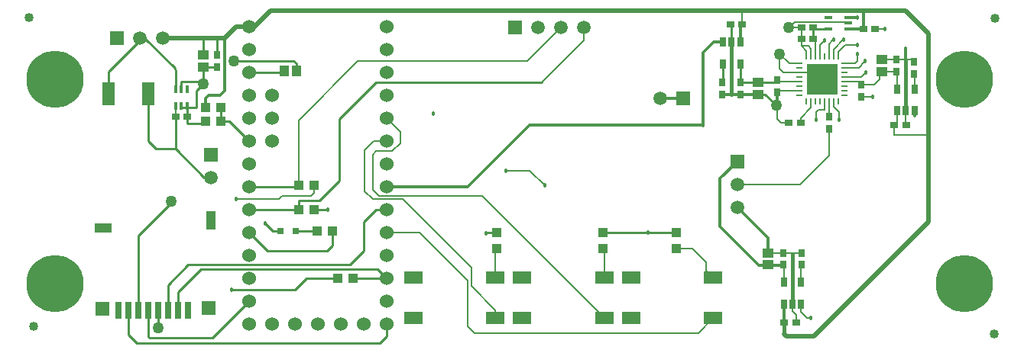
<source format=gtl>
G04*
G04 #@! TF.GenerationSoftware,Altium Limited,Altium Designer,21.9.2 (33)*
G04*
G04 Layer_Physical_Order=1*
G04 Layer_Color=255*
%FSLAX25Y25*%
%MOIN*%
G70*
G04*
G04 #@! TF.SameCoordinates,71731F73-6267-4C2E-880F-46C8AFF31373*
G04*
G04*
G04 #@! TF.FilePolarity,Positive*
G04*
G01*
G75*
%ADD12C,0.01000*%
%ADD14R,0.03543X0.02756*%
%ADD15R,0.01378X0.03543*%
%ADD16R,0.05512X0.09843*%
%ADD17R,0.04331X0.03937*%
%ADD19O,0.02756X0.00787*%
%ADD20O,0.00787X0.02756*%
%ADD21R,0.02559X0.04331*%
%ADD22R,0.05000X0.04000*%
%ADD23R,0.03543X0.01575*%
%ADD24R,0.02756X0.03543*%
%ADD25R,0.03150X0.03150*%
%ADD26R,0.08268X0.05512*%
%ADD27R,0.03937X0.04331*%
%ADD28R,0.03150X0.07480*%
%ADD29R,0.07284X0.03937*%
%ADD30R,0.03937X0.07874*%
%ADD31R,0.05906X0.05906*%
%ADD32R,0.04000X0.05000*%
%ADD45C,0.05000*%
%ADD59R,0.13386X0.13386*%
%ADD60C,0.04000*%
%ADD61C,0.00800*%
%ADD62C,0.02000*%
%ADD63C,0.01200*%
%ADD64C,0.01500*%
%ADD65C,0.06000*%
%ADD66C,0.25000*%
%ADD67C,0.05906*%
%ADD68R,0.05906X0.05906*%
%ADD69C,0.01800*%
D12*
X-370711Y-8789D02*
G03*
X-371414Y-8500I-704J-711D01*
G01*
X-357559Y-22351D02*
G03*
X-357850Y-21650I-1000J-5D01*
G01*
X-386823Y-23323D02*
X-373000Y-9500D01*
X-386823Y-33000D02*
Y-23323D01*
X-369500Y-53500D02*
Y-33000D01*
Y-53500D02*
X-366059Y-56941D01*
X-357559D01*
Y-30760D02*
Y-22355D01*
X-357559Y-22351D02*
X-357559Y-22355D01*
X-373000Y-8500D02*
X-371414D01*
X-370711Y-8789D02*
X-357850Y-21650D01*
X-355000Y-31260D02*
Y-27500D01*
X-346500D01*
X-357559Y-56941D02*
X-345000Y-69500D01*
X-357559Y-56941D02*
Y-43500D01*
X-345000Y-69500D02*
X-342000D01*
X-352441Y-46000D02*
X-345346D01*
X-352441D02*
Y-38740D01*
X-348500D01*
X-355000D02*
X-352441D01*
X-348500D02*
Y-31500D01*
X-345500Y-28500D01*
X-369000Y-139500D02*
X-341500D01*
X-345409Y-21059D02*
X-339500D01*
X-345500Y-28500D02*
Y-21150D01*
X-345000Y-9000D02*
Y-8500D01*
X-345500Y-15850D02*
Y-9000D01*
X-339500Y-15941D02*
Y-8500D01*
X-334000Y-45000D02*
X-325500Y-53500D01*
X-337653Y-45000D02*
X-334000D01*
X-337653D02*
Y-39000D01*
X-297153Y-83500D02*
X-291000D01*
X-318500Y-89500D02*
X-315000Y-93000D01*
X-311748D01*
X-289154Y-99154D02*
Y-93000D01*
X-291500Y-101500D02*
X-289154Y-99154D01*
X-317500Y-101500D02*
X-291500D01*
X-325500Y-93500D02*
X-317500Y-101500D01*
X-305252Y-93000D02*
X-295847D01*
X-304850Y-23000D02*
Y-19650D01*
X-306000Y-18500D02*
X-304850Y-19650D01*
X-332000Y-18500D02*
X-306000D01*
X-305500Y-118500D02*
X-300500Y-113500D01*
X-333000Y-118500D02*
X-305500D01*
X-325500Y-23500D02*
X-310650D01*
X-346500Y-27500D02*
X-345500Y-28500D01*
X-280153Y-113500D02*
X-265500D01*
X-325500Y-83500D02*
X-303847D01*
X-325500Y-73500D02*
X-304346D01*
X-378181Y-138319D02*
Y-127551D01*
Y-138319D02*
X-374500Y-142000D01*
X-268500D01*
X-265500Y-139000D01*
Y-133500D01*
X-360858Y-127551D02*
Y-116358D01*
X-275500Y-101500D02*
Y-89000D01*
X-270000Y-83500D01*
X-265500D01*
X-360858Y-116358D02*
X-352000Y-107500D01*
X-327298D01*
X-327198Y-107600D01*
X-281600D01*
X-275500Y-101500D01*
X-356528Y-127551D02*
Y-119472D01*
X-346455Y-109400D01*
X-323802D01*
X-323702Y-109500D01*
X-269500D01*
X-265500Y-113500D01*
X-341500Y-139500D02*
X-325500Y-123500D01*
X-373850Y-127551D02*
Y-94850D01*
X-359750Y-80750D01*
X-365189Y-135311D02*
Y-127551D01*
X-369520Y-138980D02*
Y-127551D01*
Y-138980D02*
X-369000Y-139500D01*
X-111260Y-27681D02*
Y-19724D01*
X-111000Y-27941D02*
X-103591D01*
X-118740Y-27681D02*
Y-19724D01*
X-78882Y-4559D02*
X-72831D01*
X-79441Y-9000D02*
Y-4000D01*
X-103500Y-33150D02*
X-100350D01*
X-115000Y-10276D02*
Y-3059D01*
X-103500Y-27850D02*
X-94457D01*
X-100350Y-33150D02*
X-95500Y-38000D01*
X-303847Y-83500D02*
Y-79347D01*
X-294654D01*
X-286000Y-70693D01*
Y-44000D01*
X-270000Y-28000D01*
X-198000D01*
X-197750Y-27750D01*
X-300500Y-113500D02*
X-286846D01*
X-171000Y-93654D02*
X-139000D01*
X-221654D02*
X-217500D01*
D14*
X-352441Y-43000D02*
D03*
X-357559D02*
D03*
X-79441Y-9000D02*
D03*
X-84559D02*
D03*
X-44059Y-46500D02*
D03*
X-38941D02*
D03*
X-92059Y-133000D02*
D03*
X-86941D02*
D03*
X-84941Y-45500D02*
D03*
X-90059D02*
D03*
X-110441Y-2500D02*
D03*
X-115559D02*
D03*
X-79441Y-4000D02*
D03*
X-84559D02*
D03*
X-57559Y-4500D02*
D03*
X-52441D02*
D03*
D15*
X-357559Y-38240D02*
D03*
X-355000D02*
D03*
X-352441D02*
D03*
Y-30760D02*
D03*
X-355000D02*
D03*
X-357559D02*
D03*
D16*
X-386823Y-33000D02*
D03*
X-369500D02*
D03*
D17*
X-303847Y-73000D02*
D03*
X-297153D02*
D03*
X-303847Y-83500D02*
D03*
X-297153D02*
D03*
X-286846Y-113500D02*
D03*
X-280153D02*
D03*
X-337653Y-39000D02*
D03*
X-344346D02*
D03*
X-344346Y-45000D02*
D03*
X-337653D02*
D03*
X-289154Y-93000D02*
D03*
X-295847D02*
D03*
D19*
X-85343Y-19610D02*
D03*
Y-21579D02*
D03*
Y-23547D02*
D03*
Y-25516D02*
D03*
Y-27484D02*
D03*
Y-29453D02*
D03*
Y-31421D02*
D03*
Y-33390D02*
D03*
X-65658D02*
D03*
Y-31421D02*
D03*
Y-29453D02*
D03*
Y-27484D02*
D03*
Y-25516D02*
D03*
Y-23547D02*
D03*
Y-21579D02*
D03*
Y-19610D02*
D03*
D20*
X-82390Y-36342D02*
D03*
X-80421D02*
D03*
X-78453D02*
D03*
X-76484D02*
D03*
X-74516D02*
D03*
X-72547D02*
D03*
X-70579D02*
D03*
X-68610D02*
D03*
Y-16657D02*
D03*
X-70579D02*
D03*
X-72547D02*
D03*
X-74516D02*
D03*
X-76484D02*
D03*
X-78453D02*
D03*
X-80421D02*
D03*
X-82390D02*
D03*
D21*
X-92240Y-124740D02*
D03*
X-88500D02*
D03*
X-84760D02*
D03*
Y-115291D02*
D03*
X-92240D02*
D03*
X-42740Y-40224D02*
D03*
X-39000D02*
D03*
X-35260D02*
D03*
Y-30776D02*
D03*
X-42740D02*
D03*
X-111260Y-10276D02*
D03*
X-115000D02*
D03*
X-118740D02*
D03*
Y-19724D02*
D03*
X-111260D02*
D03*
D22*
X-99000Y-107666D02*
D03*
Y-102366D02*
D03*
X-49500Y-23150D02*
D03*
Y-17850D02*
D03*
X-103500Y-27850D02*
D03*
Y-33150D02*
D03*
X-345500Y-15850D02*
D03*
Y-21150D02*
D03*
D23*
X-64169Y-4559D02*
D03*
Y-2000D02*
D03*
Y559D02*
D03*
X-72831D02*
D03*
Y-4559D02*
D03*
D24*
X-58500Y-28941D02*
D03*
Y-34059D02*
D03*
X-43000Y-23059D02*
D03*
Y-17941D02*
D03*
X-35500Y-24059D02*
D03*
Y-18941D02*
D03*
X-92500Y-107575D02*
D03*
Y-102457D02*
D03*
X-84500Y-107575D02*
D03*
Y-102457D02*
D03*
X-111000Y-27941D02*
D03*
Y-33059D02*
D03*
X-119000Y-27941D02*
D03*
Y-33059D02*
D03*
X-95000Y-26941D02*
D03*
Y-32059D02*
D03*
X-72500Y-48059D02*
D03*
Y-42941D02*
D03*
X-339500Y-15941D02*
D03*
Y-21059D02*
D03*
D25*
X-311748Y-93000D02*
D03*
X-305252D02*
D03*
D26*
X-170500Y-131000D02*
D03*
Y-113284D02*
D03*
X-206327Y-131000D02*
D03*
Y-113284D02*
D03*
X-218000Y-131000D02*
D03*
Y-113284D02*
D03*
X-253827Y-131000D02*
D03*
Y-113284D02*
D03*
X-123000Y-131000D02*
D03*
Y-113284D02*
D03*
X-158827Y-131000D02*
D03*
Y-113284D02*
D03*
D27*
X-171000Y-100347D02*
D03*
Y-93654D02*
D03*
X-217500Y-100347D02*
D03*
Y-93654D02*
D03*
X-139000Y-100347D02*
D03*
Y-93654D02*
D03*
D28*
X-382512Y-127551D02*
D03*
X-378181D02*
D03*
X-373850D02*
D03*
X-369520D02*
D03*
X-365189D02*
D03*
X-360858D02*
D03*
X-356528D02*
D03*
X-352197D02*
D03*
D29*
X-389209Y-91378D02*
D03*
D30*
X-342000Y-88032D02*
D03*
D31*
X-343000Y-126500D02*
D03*
X-389500Y-127000D02*
D03*
X-112500Y-62500D02*
D03*
X-342000Y-59500D02*
D03*
D32*
X-304850Y-23000D02*
D03*
X-310150D02*
D03*
D45*
X-359500Y-80000D02*
D03*
X-345500Y-28500D02*
D03*
X-365189Y-135311D02*
D03*
X-332000Y-18500D02*
D03*
X-94000Y-15500D02*
D03*
X-90000Y-4000D02*
D03*
X-95500Y-38000D02*
D03*
D59*
X-75500Y-26500D02*
D03*
D60*
X-419500Y-134500D02*
D03*
X-421500Y500D02*
D03*
X-500Y-138000D02*
D03*
X0Y0D02*
D03*
D61*
X-357559Y-43000D02*
Y-38240D01*
X-373000Y-9500D02*
Y-8500D01*
X-297153Y-76153D02*
Y-73000D01*
X-298500Y-77500D02*
X-297153Y-76153D01*
X-311000Y-77500D02*
X-298500D01*
X-312500Y-79000D02*
X-311000Y-77500D01*
X-331000Y-79000D02*
X-312500D01*
X-68610Y-16657D02*
Y-14610D01*
X-65500Y-11500D01*
X-70579Y-16657D02*
Y-13579D01*
X-72547Y-16657D02*
Y-11047D01*
X-76484Y-16657D02*
Y-11484D01*
X-65658Y-19610D02*
X-61110D01*
X-65658Y-21579D02*
X-59579D01*
X-65658Y-25516D02*
X-58516D01*
X-61110Y-19610D02*
X-60000Y-18500D01*
Y-16000D01*
X-59579Y-21579D02*
X-57000Y-19000D01*
X-72547Y-11047D02*
X-71000Y-9500D01*
X-78453Y-16657D02*
Y-9988D01*
X-80421Y-16657D02*
Y-13079D01*
X-82390Y-16657D02*
Y-14110D01*
X-84559Y-11941D02*
X-82390Y-14110D01*
X-81559Y-11941D02*
X-80421Y-13079D01*
X-84559Y-11941D02*
X-81559D01*
X-90000Y-4000D02*
X-84559D01*
Y-11941D02*
Y-9000D01*
Y-4000D01*
X-64547Y-1622D02*
X-64169Y-2000D01*
X-87622Y-1622D02*
X-64547D01*
X-90000Y-4000D02*
X-87622Y-1622D01*
X-52441Y-4500D02*
X-48000D01*
X-74516Y-39984D02*
Y-36342D01*
X-72547Y-42894D02*
Y-36342D01*
X-70579Y-38421D02*
Y-36342D01*
Y-38421D02*
X-68000Y-41000D01*
X-76984Y-39984D02*
X-74516D01*
X-78000Y-41000D02*
X-76984Y-39984D01*
X-78000Y-44000D02*
Y-41000D01*
X-68000Y-44500D02*
Y-41000D01*
X-112500Y-72500D02*
X-85000D01*
X-72500Y-60000D01*
Y-48059D01*
X-89043Y-102457D02*
X-88500Y-103000D01*
X-99000Y-102366D02*
X-98909Y-102457D01*
X-92500D01*
X-89043D01*
X-84500D01*
X-84760Y-115291D02*
Y-107835D01*
X-92240Y-115291D02*
Y-107835D01*
X-86941Y-133000D02*
Y-129559D01*
X-88500Y-128000D02*
X-86941Y-129559D01*
X-88500Y-128000D02*
Y-124740D01*
X-39000Y-46441D02*
Y-40224D01*
X-42740Y-45181D02*
Y-40224D01*
X-44059Y-46500D02*
X-42740Y-45181D01*
Y-30776D02*
Y-23319D01*
X-42909Y-23150D02*
X-42740Y-23319D01*
X-50500Y-24150D02*
X-49500Y-23150D01*
X-50500Y-26500D02*
Y-24150D01*
X-52941Y-28941D02*
X-50500Y-26500D01*
X-58500Y-28941D02*
X-52941D01*
X-49500Y-23150D02*
X-42909D01*
X-65658Y-27484D02*
X-59957D01*
X-58500Y-28941D01*
Y-34059D02*
X-53559D01*
X-49409Y-17941D02*
X-43000D01*
X-49500Y-17850D02*
X-49409Y-17941D01*
X-43000D02*
X-39000D01*
X-35260Y-30776D02*
Y-24299D01*
X-39000Y-17941D02*
X-36500D01*
X-44059Y-50941D02*
Y-46500D01*
Y-50941D02*
X-29559D01*
X-29000Y-51500D01*
X-80421Y-38921D02*
Y-36342D01*
X-84941Y-43441D02*
X-80421Y-38921D01*
X-84941Y-45500D02*
Y-43441D01*
X-89890Y-19610D02*
X-85343D01*
X-94000Y-15500D02*
X-89890Y-19610D01*
X-92394Y-23547D02*
X-85343D01*
X-94000Y-21941D02*
X-92394Y-23547D01*
X-94000Y-21941D02*
Y-15500D01*
X-94500Y-31421D02*
X-85343D01*
X-93500Y-45500D02*
X-90059D01*
X-110441Y-2500D02*
Y2941D01*
X-94457Y-27484D02*
X-85343D01*
X-95500Y-38000D02*
X-95000Y-37500D01*
X-85343Y-23547D02*
X-78453D01*
X-95000Y-44000D02*
X-93500Y-45500D01*
X-95000Y-44000D02*
Y-37500D01*
X-58516Y-25516D02*
X-56500Y-23500D01*
X-70579Y-13579D02*
X-66000Y-9000D01*
X-65500Y-11500D02*
X-60000D01*
X-76484Y-11484D02*
X-74500Y-9500D01*
X-84760Y-128240D02*
Y-124740D01*
Y-128240D02*
X-82000Y-131000D01*
X-80500D01*
X-303847Y-73000D02*
Y-44346D01*
X-278000Y-18500D01*
X-204000D01*
X-189500Y-4000D01*
X-179500Y-9500D02*
Y-4000D01*
X-197750Y-27750D02*
X-179500Y-9500D01*
X-265500Y-93500D02*
X-251000D01*
X-230000Y-114500D01*
Y-134500D02*
Y-114500D01*
Y-134500D02*
X-227000Y-137500D01*
X-129500D01*
X-123000Y-131000D01*
X-218000D02*
Y-127500D01*
X-228600Y-116900D02*
X-218000Y-127500D01*
X-228600Y-116900D02*
Y-108900D01*
X-275000Y-75500D02*
Y-57500D01*
X-271000Y-53500D01*
X-265500D01*
X-218000Y-113284D02*
Y-100847D01*
X-170500Y-113284D02*
Y-100847D01*
X-126000Y-110284D02*
X-123000Y-113284D01*
X-126000Y-110284D02*
Y-106500D01*
X-132153Y-100347D02*
X-126000Y-106500D01*
X-139000Y-100347D02*
X-132153D01*
X-223900Y-77600D02*
X-170500Y-131000D01*
X-268900Y-77600D02*
X-223900D01*
X-271500Y-75000D02*
X-268900Y-77600D01*
X-271500Y-75000D02*
Y-59500D01*
X-270000Y-58000D01*
X-265500Y-43500D02*
X-259500Y-49500D01*
Y-54500D02*
Y-49500D01*
X-263000Y-58000D02*
X-259500Y-54500D01*
X-270000Y-58000D02*
X-263000D01*
X-275000Y-75500D02*
X-271500Y-79000D01*
X-258500D01*
X-228600Y-108900D01*
X-213500Y-66500D02*
X-203000D01*
X-196500Y-73000D01*
D62*
X-363000Y-8500D02*
X-345000D01*
X-339500D02*
X-336000D01*
X-345000D02*
X-339500D01*
X-336000D02*
X-331000Y-3500D01*
X-325500D01*
X-323000D01*
X-316000Y3500D01*
X-39000D02*
X-29000Y-6500D01*
X-91000Y-139000D02*
X-79000D01*
X-92059Y-137941D02*
X-91000Y-139000D01*
X-79000D02*
X-29000Y-89000D01*
Y-51500D01*
Y-6500D01*
X-316000Y3500D02*
X-39000D01*
D63*
X-336000Y-31500D02*
Y-8500D01*
X-338000Y-33500D02*
X-336000Y-31500D01*
X-343000Y-33500D02*
X-338000D01*
X-344346Y-34846D02*
X-343000Y-33500D01*
X-344346Y-39000D02*
Y-34846D01*
X-111260Y-10276D02*
Y-2819D01*
X-115000Y-33059D02*
X-111000D01*
X-103591D01*
X-119000D02*
X-115000D01*
X-120000Y-70000D02*
X-112500Y-62500D01*
X-120000Y-91000D02*
Y-70000D01*
Y-91000D02*
X-103165Y-107835D01*
X-92240D01*
Y-131717D02*
Y-124740D01*
X-99000Y-102366D02*
Y-96000D01*
X-112500Y-82500D02*
X-99000Y-96000D01*
X-39000Y-17941D02*
Y-13000D01*
X-95000Y-37500D02*
Y-32059D01*
X-57559Y-4500D02*
Y2559D01*
X-64169Y-4559D02*
X-57118D01*
X-122776Y-10276D02*
X-118740D01*
X-127500Y-15000D02*
X-122776Y-10276D01*
X-127500Y-46500D02*
Y-15000D01*
X-265500Y-73500D02*
X-230000D01*
X-203000Y-46500D01*
X-127500D01*
X-64169Y559D02*
X-60059D01*
X-146000Y-35000D02*
X-137000D01*
D64*
X-115000Y-33059D02*
Y-10276D01*
X-88500Y-124740D02*
Y-103000D01*
X-92059Y-137941D02*
Y-133000D01*
X-39000Y-40224D02*
Y-17941D01*
D65*
X-315500Y-53500D02*
D03*
Y-43500D02*
D03*
Y-33500D02*
D03*
X-305500Y-133500D02*
D03*
X-325500Y-3500D02*
D03*
Y-13500D02*
D03*
Y-23500D02*
D03*
Y-33500D02*
D03*
Y-43500D02*
D03*
Y-53500D02*
D03*
Y-63500D02*
D03*
Y-73500D02*
D03*
Y-83500D02*
D03*
Y-93500D02*
D03*
Y-103500D02*
D03*
Y-113500D02*
D03*
Y-123500D02*
D03*
Y-133500D02*
D03*
X-315500D02*
D03*
X-295500D02*
D03*
X-285500D02*
D03*
X-275500D02*
D03*
X-265500D02*
D03*
Y-123500D02*
D03*
Y-113500D02*
D03*
Y-103500D02*
D03*
Y-93500D02*
D03*
Y-83500D02*
D03*
Y-73500D02*
D03*
Y-63500D02*
D03*
Y-53500D02*
D03*
Y-43500D02*
D03*
Y-33500D02*
D03*
Y-23500D02*
D03*
Y-13500D02*
D03*
Y-3500D02*
D03*
D66*
X-410000Y-26500D02*
D03*
X-13500D02*
D03*
Y-116000D02*
D03*
X-410000D02*
D03*
D67*
X-112500Y-72500D02*
D03*
Y-82500D02*
D03*
X-342000Y-69500D02*
D03*
X-373000Y-8500D02*
D03*
X-363000D02*
D03*
X-179500Y-4000D02*
D03*
X-189500D02*
D03*
X-199500D02*
D03*
X-146000Y-35000D02*
D03*
D68*
X-383000Y-8500D02*
D03*
X-209500Y-4000D02*
D03*
X-136000Y-35000D02*
D03*
D69*
X-291000Y-83500D02*
D03*
X-318500Y-89500D02*
D03*
X-60000Y-11600D02*
D03*
Y-15600D02*
D03*
X-56657Y-18616D02*
D03*
X-56500Y-23600D02*
D03*
X-66000Y-9100D02*
D03*
X-70500D02*
D03*
X-74500Y-9600D02*
D03*
X-48000Y-4500D02*
D03*
X-68000Y-44100D02*
D03*
X-53500Y-34100D02*
D03*
X-39000Y-13100D02*
D03*
X-78000Y-44100D02*
D03*
X-60000Y500D02*
D03*
X-35000Y-42100D02*
D03*
X-127500Y-46500D02*
D03*
X-80500Y-131000D02*
D03*
X-331000Y-79000D02*
D03*
X-333000Y-118500D02*
D03*
X-245000Y-41500D02*
D03*
X-213500Y-66500D02*
D03*
X-196500Y-73000D02*
D03*
X-222000Y-94000D02*
D03*
X-151500Y-93500D02*
D03*
M02*

</source>
